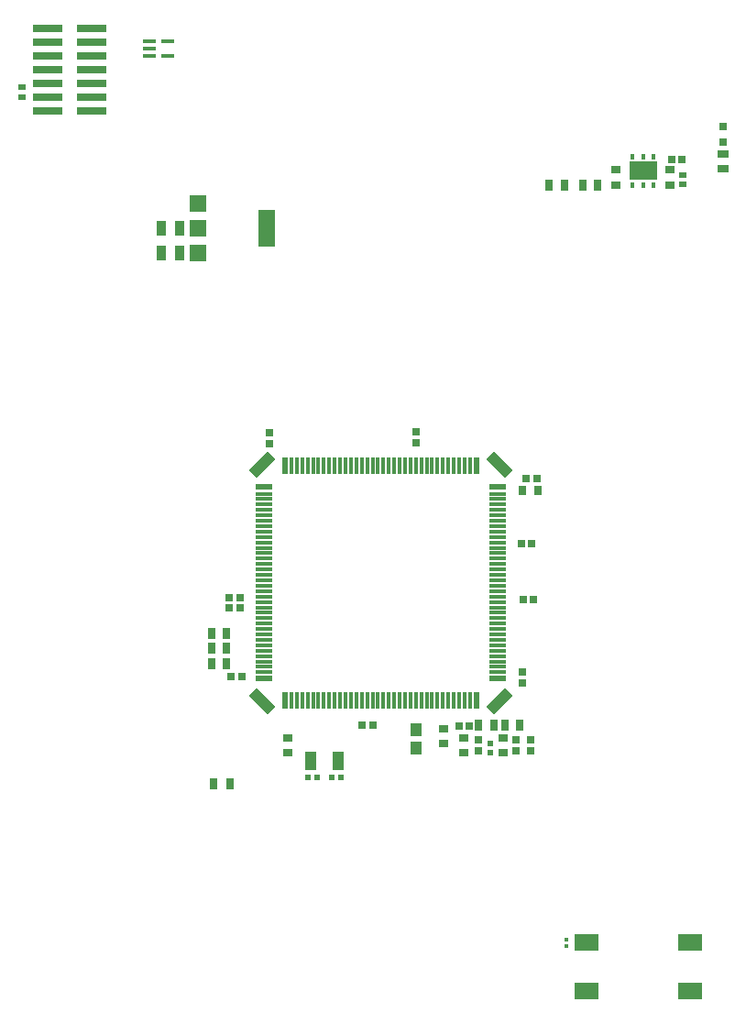
<source format=gbr>
%TF.GenerationSoftware,Altium Limited,Altium Designer,19.1.6 (110)*%
G04 Layer_Color=8421504*
%FSLAX26Y26*%
%MOIN*%
%TF.FileFunction,Paste,Top*%
%TF.Part,Single*%
G01*
G75*
%TA.AperFunction,SMDPad,CuDef*%
%ADD10R,0.109843X0.029134*%
%ADD11R,0.028346X0.029921*%
%ADD12R,0.043307X0.049213*%
%ADD13R,0.029921X0.028346*%
%ADD14R,0.085039X0.059843*%
%ADD15R,0.064961X0.059055*%
%ADD16R,0.064961X0.137795*%
G04:AMPARAMS|DCode=17|XSize=39.37mil|YSize=98.425mil|CornerRadius=0mil|HoleSize=0mil|Usage=FLASHONLY|Rotation=315.000|XOffset=0mil|YOffset=0mil|HoleType=Round|Shape=Rectangle|*
%AMROTATEDRECTD17*
4,1,4,-0.048718,-0.020879,0.020879,0.048718,0.048718,0.020879,-0.020879,-0.048718,-0.048718,-0.020879,0.0*
%
%ADD17ROTATEDRECTD17*%

G04:AMPARAMS|DCode=18|XSize=39.37mil|YSize=98.425mil|CornerRadius=0mil|HoleSize=0mil|Usage=FLASHONLY|Rotation=225.000|XOffset=0mil|YOffset=0mil|HoleType=Round|Shape=Rectangle|*
%AMROTATEDRECTD18*
4,1,4,-0.020879,0.048718,0.048718,-0.020879,0.020879,-0.048718,-0.048718,0.020879,-0.020879,0.048718,0.0*
%
%ADD18ROTATEDRECTD18*%

%ADD19R,0.011811X0.064961*%
%ADD20R,0.019685X0.064961*%
%ADD21R,0.064961X0.019685*%
%ADD22R,0.064961X0.011811*%
%ADD23R,0.039370X0.070866*%
%ADD24R,0.035433X0.055118*%
%ADD25R,0.035039X0.025197*%
%ADD26R,0.020079X0.022047*%
%ADD27R,0.022047X0.020079*%
%ADD28R,0.031496X0.031496*%
%ADD29R,0.031496X0.031496*%
%ADD30R,0.039370X0.025197*%
%ADD31R,0.027559X0.020079*%
%ADD32R,0.025197X0.039370*%
%ADD35R,0.098425X0.066929*%
%ADD36R,0.017716X0.019685*%
%ADD37R,0.047244X0.015748*%
%ADD38R,0.012992X0.016732*%
%ADD39R,0.025197X0.035039*%
%ADD40R,0.031496X0.039370*%
%TA.AperFunction,NonConductor*%
%ADD60R,0.039370X0.025197*%
%ADD78R,0.025197X0.039370*%
D10*
X172795Y4524956D02*
D03*
Y4574956D02*
D03*
Y4624956D02*
D03*
X332795D02*
D03*
Y4574956D02*
D03*
Y4524956D02*
D03*
Y4674956D02*
D03*
Y4724956D02*
D03*
Y4774956D02*
D03*
Y4824956D02*
D03*
X172795D02*
D03*
Y4774956D02*
D03*
Y4724956D02*
D03*
Y4674956D02*
D03*
D11*
X1738189Y2235827D02*
D03*
Y2197244D02*
D03*
X1927000Y2237291D02*
D03*
Y2198709D02*
D03*
X1509842Y3318307D02*
D03*
Y3356890D02*
D03*
X1897638Y2482874D02*
D03*
Y2444291D02*
D03*
X976378Y3314370D02*
D03*
Y3352953D02*
D03*
X1874000Y2237291D02*
D03*
Y2198709D02*
D03*
D12*
X1510000Y2273465D02*
D03*
Y2206535D02*
D03*
D13*
X870669Y2718504D02*
D03*
X832087D02*
D03*
X870669Y2754921D02*
D03*
X832087D02*
D03*
X1353347Y2291929D02*
D03*
X1314764D02*
D03*
X1894094Y2949803D02*
D03*
X1932677D02*
D03*
X1899709Y2748000D02*
D03*
X1938291D02*
D03*
X1912598Y3188189D02*
D03*
X1951181D02*
D03*
X877291Y2466000D02*
D03*
X838709D02*
D03*
X1706291Y2287000D02*
D03*
X1667709D02*
D03*
X2479291Y4348000D02*
D03*
X2440709D02*
D03*
D14*
X2506803Y1322373D02*
D03*
Y1499538D02*
D03*
X2132787Y1322373D02*
D03*
Y1499538D02*
D03*
D15*
X719134Y4187160D02*
D03*
Y4096609D02*
D03*
Y4006058D02*
D03*
D16*
X969134Y4096609D02*
D03*
D17*
X951025Y3238735D02*
D03*
X1814017Y2375743D02*
D03*
D18*
X951025D02*
D03*
X1814017Y3238735D02*
D03*
D19*
X1392363Y2381058D02*
D03*
X1412048D02*
D03*
X1431733D02*
D03*
X1451418D02*
D03*
X1471103D02*
D03*
X1490788D02*
D03*
X1510473D02*
D03*
X1530159D02*
D03*
X1549843D02*
D03*
X1707324D02*
D03*
X1687639D02*
D03*
X1667954D02*
D03*
X1648269D02*
D03*
X1628584D02*
D03*
X1608899D02*
D03*
X1589214D02*
D03*
X1569529D02*
D03*
X1215198D02*
D03*
X1234883D02*
D03*
X1254568D02*
D03*
X1274253D02*
D03*
X1293938D02*
D03*
X1313623D02*
D03*
X1333308D02*
D03*
X1352993D02*
D03*
X1372678D02*
D03*
X1195513D02*
D03*
X1175828D02*
D03*
X1156143D02*
D03*
X1136458D02*
D03*
X1116773D02*
D03*
X1097088D02*
D03*
X1077403D02*
D03*
X1057717D02*
D03*
X1707322Y3233420D02*
D03*
X1687638D02*
D03*
X1667953D02*
D03*
X1648267D02*
D03*
X1628582D02*
D03*
X1608898D02*
D03*
X1589213D02*
D03*
X1569527D02*
D03*
X1549842D02*
D03*
X1530158D02*
D03*
X1510473D02*
D03*
X1490787D02*
D03*
X1471102D02*
D03*
X1451418D02*
D03*
X1431733D02*
D03*
X1412047D02*
D03*
X1392362D02*
D03*
X1372678D02*
D03*
X1352993D02*
D03*
X1333307D02*
D03*
X1313622D02*
D03*
X1293938D02*
D03*
X1274253D02*
D03*
X1254568D02*
D03*
X1234882D02*
D03*
X1215197D02*
D03*
X1195513D02*
D03*
X1175828D02*
D03*
X1156142D02*
D03*
X1136457D02*
D03*
X1116773D02*
D03*
X1097088D02*
D03*
X1077402D02*
D03*
X1057717D02*
D03*
D20*
X1730946Y2381058D02*
D03*
X1034095D02*
D03*
X1730946Y3233420D02*
D03*
X1034095D02*
D03*
D21*
X1808702Y2458814D02*
D03*
Y3155664D02*
D03*
X956340D02*
D03*
Y2458814D02*
D03*
D22*
X1808702Y2482436D02*
D03*
Y2502122D02*
D03*
Y2521807D02*
D03*
Y2541492D02*
D03*
Y2561177D02*
D03*
Y2580861D02*
D03*
Y2600546D02*
D03*
Y2620231D02*
D03*
Y2639916D02*
D03*
Y2659602D02*
D03*
Y2679287D02*
D03*
Y2698972D02*
D03*
Y2718657D02*
D03*
Y2738341D02*
D03*
Y2758026D02*
D03*
Y2777711D02*
D03*
Y2797396D02*
D03*
Y2817081D02*
D03*
Y2836767D02*
D03*
Y2856452D02*
D03*
Y2876137D02*
D03*
Y2895822D02*
D03*
Y2915506D02*
D03*
Y2935191D02*
D03*
Y2954876D02*
D03*
Y2974561D02*
D03*
Y2994247D02*
D03*
Y3013932D02*
D03*
Y3033617D02*
D03*
Y3053302D02*
D03*
Y3072986D02*
D03*
Y3092671D02*
D03*
Y3112356D02*
D03*
Y3132041D02*
D03*
X956340D02*
D03*
Y3112356D02*
D03*
Y3092671D02*
D03*
Y3072986D02*
D03*
Y3053302D02*
D03*
Y3033617D02*
D03*
Y3013932D02*
D03*
Y2994247D02*
D03*
Y2974561D02*
D03*
Y2954876D02*
D03*
Y2935191D02*
D03*
Y2915506D02*
D03*
Y2895822D02*
D03*
Y2876137D02*
D03*
Y2856452D02*
D03*
Y2836767D02*
D03*
Y2817081D02*
D03*
Y2797396D02*
D03*
Y2777711D02*
D03*
Y2758026D02*
D03*
Y2738341D02*
D03*
Y2718657D02*
D03*
Y2698972D02*
D03*
Y2679287D02*
D03*
Y2659602D02*
D03*
Y2639916D02*
D03*
Y2620231D02*
D03*
Y2600546D02*
D03*
Y2580861D02*
D03*
Y2561177D02*
D03*
Y2541492D02*
D03*
Y2521807D02*
D03*
Y2502122D02*
D03*
Y2482436D02*
D03*
D23*
X1227362Y2161417D02*
D03*
X1128937D02*
D03*
D24*
X584291Y4097404D02*
D03*
X651221D02*
D03*
X584291Y4006853D02*
D03*
X651221D02*
D03*
D25*
X2238819Y4255074D02*
D03*
Y4310192D02*
D03*
X2433701Y4255074D02*
D03*
Y4310192D02*
D03*
X1826772Y2188976D02*
D03*
Y2244095D02*
D03*
X1685039Y2188976D02*
D03*
Y2244095D02*
D03*
X1610000Y2277559D02*
D03*
Y2222441D02*
D03*
X1044291Y2245079D02*
D03*
Y2189961D02*
D03*
D26*
X1117126Y2100394D02*
D03*
X1152559D02*
D03*
X1239173D02*
D03*
X1203740D02*
D03*
D27*
X1782480Y2224409D02*
D03*
Y2188976D02*
D03*
D28*
X2627795Y4467987D02*
D03*
D29*
Y4408932D02*
D03*
D30*
Y4312475D02*
D03*
Y4367593D02*
D03*
D31*
X2482000Y4256283D02*
D03*
Y4291717D02*
D03*
X76417Y4574956D02*
D03*
Y4610389D02*
D03*
D32*
X767386Y2624653D02*
D03*
X822504D02*
D03*
X766732Y2568898D02*
D03*
X821850D02*
D03*
X766732Y2513780D02*
D03*
X821850D02*
D03*
X1834441Y2292000D02*
D03*
X1889559D02*
D03*
X1739173Y2290354D02*
D03*
X1794291D02*
D03*
D35*
X2336535Y4306137D02*
D03*
D36*
X2373937Y4254956D02*
D03*
X2336535D02*
D03*
X2299134D02*
D03*
Y4357318D02*
D03*
X2336535D02*
D03*
X2373937D02*
D03*
D37*
X608898Y4775743D02*
D03*
Y4724562D02*
D03*
X541968D02*
D03*
Y4750152D02*
D03*
Y4775743D02*
D03*
D38*
X2057795Y1487235D02*
D03*
Y1511841D02*
D03*
D39*
X1898622Y3144685D02*
D03*
X1953740D02*
D03*
D40*
X833661Y2075787D02*
D03*
X774606D02*
D03*
D60*
X2627795Y4312476D02*
D03*
X2627795Y4367593D02*
D03*
D78*
X767388Y2624653D02*
D03*
X822502D02*
D03*
X766734Y2568897D02*
D03*
X821848D02*
D03*
X766734Y2513780D02*
D03*
X821848D02*
D03*
X1834443Y2292000D02*
D03*
X1889557D02*
D03*
X1739175Y2290354D02*
D03*
X1794289D02*
D03*
X2050825Y4255073D02*
D03*
X1995710D02*
D03*
X2172872D02*
D03*
X2117758D02*
D03*
%TF.MD5,96072b80845eda6bafee314d6d3ce0a6*%
M02*

</source>
